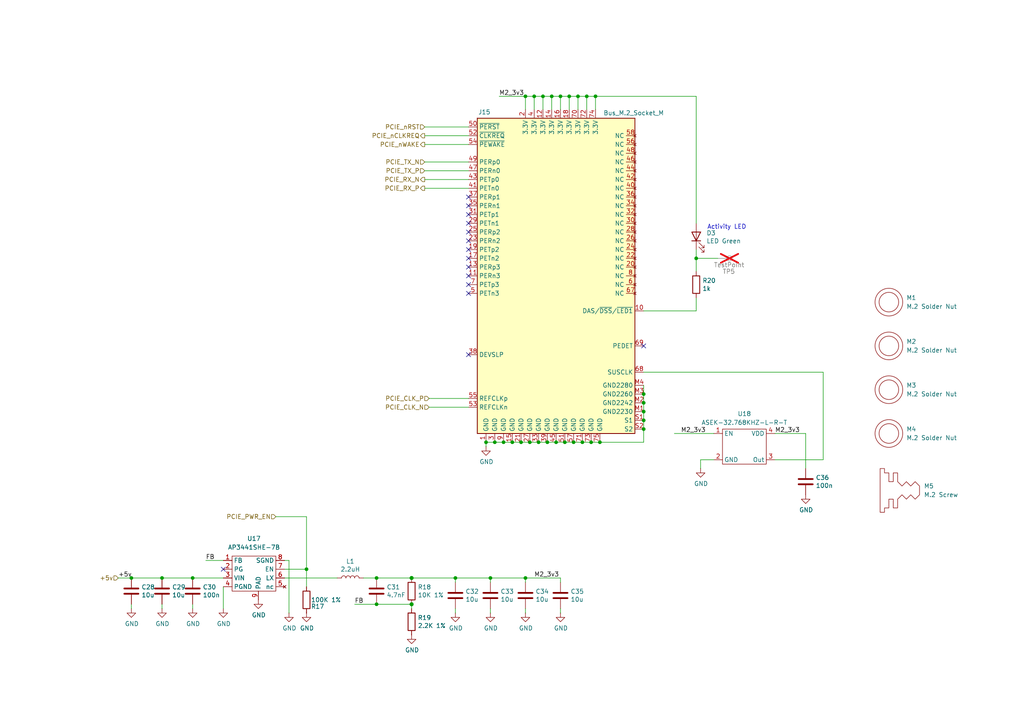
<source format=kicad_sch>
(kicad_sch (version 20250114) (generator "eeschema") (generator_version "9.0")
  (paper "A4")
  (title_block (title "Compute Module 5 IO Board - M2 Socket") (rev "1") (company "Copyright © 2024 Raspberry Pi Ltd.") (comment 1 "www.raspberrypi.com"))
  (lib_symbols
    (symbol "CM5IO:AP3441SHE-7B"
      (property "Reference" "U" (at -6.35 10.16 0))
      (property "Value" "AP3441SHE-7B" (at 0 7.62 0))
      (symbol "AP3441SHE-7B_0_1"
        (rectangle (start -6.35 6.35) (end 6.35 -3.81))
      )
      (symbol "AP3441SHE-7B_1_1"
        (pin passive line (at -8.89 5.08 0) (length 2.54) (name "FB") (number "1"))
        (pin open_collector line (at -8.89 2.54 0) (length 2.54) (name "PG") (number "2"))
        (pin power_in line (at -8.89 0 0) (length 2.54) (name "VIN") (number "3"))
        (pin power_in line (at -8.89 -2.54 0) (length 2.54) (name "PGND") (number "4"))
        (pin input line (at 1.27 -6.35 90) (length 2.54) (name "PAD") (number "9"))
        (pin power_in line (at 8.89 5.08 180) (length 2.54) (name "SGND") (number "8"))
        (pin input line (at 8.89 2.54 180) (length 2.54) (name "EN") (number "7"))
        (pin power_out line (at 8.89 0 180) (length 2.54) (name "LX") (number "6"))
        (pin no_connect line (at 8.89 -2.54 180) (length 2.54) (name "nc") (number "5"))
      )
    )
    (symbol "CM5IO:ASEK-32.768KHZ-L-R-T"
      (property "Reference" "U" (at -5.08 6.35 0))
      (property "Value" "ASEK-32.768KHZ-L-R-T" (at 0 -6.35 0))
      (symbol "ASEK-32.768KHZ-L-R-T_0_1"
        (rectangle (start -6.35 5.08) (end 6.35 -5.08))
      )
      (symbol "ASEK-32.768KHZ-L-R-T_1_1"
        (pin input line (at -8.89 3.81 0) (length 2.54) (name "EN") (number "1"))
        (pin power_in line (at -8.89 -3.81 0) (length 2.54) (name "GND") (number "2"))
        (pin power_in line (at 8.89 3.81 180) (length 2.54) (name "VDD") (number "4"))
        (pin output line (at 8.89 -3.81 180) (length 2.54) (name "Out") (number "3"))
      )
    )
    (symbol "CM5IO:Bus_M.2_Socket_M"
      (property "Reference" "J" (at -22.86 46.99 0))
      (property "Value" "Bus_M.2_Socket_M" (at 30.988 46.99 0))
      (symbol "Bus_M.2_Socket_M_0_1"
        (rectangle (start -22.86 45.72) (end 22.86 -45.72) (stroke (width 0.254)) (fill (type background)))
      )
      (symbol "Bus_M.2_Socket_M_1_1"
        (pin input line (at -25.4 43.18 0) (length 2.54) (name "~{PERST}") (number "50"))
        (pin bidirectional line (at -25.4 40.64 0) (length 2.54) (name "~{CLKREQ}") (number "52"))
        (pin bidirectional line (at -25.4 38.1 0) (length 2.54) (name "~{PEWAKE}") (number "54"))
        (pin input line (at -25.4 33.02 0) (length 2.54) (name "PERp0") (number "49"))
        (pin input line (at -25.4 30.48 0) (length 2.54) (name "PERn0") (number "47"))
        (pin output line (at -25.4 27.94 0) (length 2.54) (name "PETp0") (number "43"))
        (pin output line (at -25.4 25.4 0) (length 2.54) (name "PETn0") (number "41"))
        (pin input line (at -25.4 22.86 0) (length 2.54) (name "PERp1") (number "37"))
        (pin input line (at -25.4 20.32 0) (length 2.54) (name "PERn1") (number "35"))
        (pin output line (at -25.4 17.78 0) (length 2.54) (name "PETp1") (number "31"))
        (pin output line (at -25.4 15.24 0) (length 2.54) (name "PETn1") (number "29"))
        (pin input line (at -25.4 12.7 0) (length 2.54) (name "PERp2") (number "25"))
        (pin input line (at -25.4 10.16 0) (length 2.54) (name "PERn2") (number "23"))
        (pin output line (at -25.4 7.62 0) (length 2.54) (name "PETp2") (number "19"))
        (pin output line (at -25.4 5.08 0) (length 2.54) (name "PETn2") (number "17"))
        (pin input line (at -25.4 2.54 0) (length 2.54) (name "PERp3") (number "13"))
        (pin input line (at -25.4 0 0) (length 2.54) (name "PERn3") (number "11"))
        (pin output line (at -25.4 -2.54 0) (length 2.54) (name "PETp3") (number "7"))
        (pin output line (at -25.4 -5.08 0) (length 2.54) (name "PETn3") (number "5"))
        (pin input line (at -25.4 -22.86 0) (length 2.54) (name "DEVSLP") (number "38"))
        (pin input line (at -25.4 -35.56 0) (length 2.54) (name "REFCLKp") (number "55"))
        (pin input line (at -25.4 -38.1 0) (length 2.54) (name "REFCLKn") (number "53"))
        (pin power_in line (at -20.32 -48.26 90) (length 2.54) (name "GND") (number "1"))
        (pin power_in line (at -17.78 -48.26 90) (length 2.54) (name "GND") (number "3"))
        (pin power_in line (at -15.24 -48.26 90) (length 2.54) (name "GND") (number "9"))
        (pin power_in line (at -12.7 -48.26 90) (length 2.54) (name "GND") (number "15"))
        (pin power_in line (at -10.16 -48.26 90) (length 2.54) (name "GND") (number "21"))
        (pin power_in line (at -8.89 48.26 270) (length 2.54) (name "3.3V") (number "2"))
        (pin power_in line (at -7.62 -48.26 90) (length 2.54) (name "GND") (number "27"))
        (pin power_in line (at -6.35 48.26 270) (length 2.54) (name "3.3V") (number "4"))
        (pin power_in line (at -5.08 -48.26 90) (length 2.54) (name "GND") (number "33"))
        (pin power_in line (at -3.81 48.26 270) (length 2.54) (name "3.3V") (number "12"))
        (pin power_in line (at -2.54 -48.26 90) (length 2.54) (name "GND") (number "39"))
        (pin power_in line (at -1.27 48.26 270) (length 2.54) (name "3.3V") (number "14"))
        (pin power_in line (at 0 -48.26 90) (length 2.54) (name "GND") (number "45"))
        (pin power_in line (at 1.27 48.26 270) (length 2.54) (name "3.3V") (number "16"))
        (pin power_in line (at 2.54 -48.26 90) (length 2.54) (name "GND") (number "51"))
        (pin power_in line (at 3.81 48.26 270) (length 2.54) (name "3.3V") (number "18"))
        (pin power_in line (at 5.08 -48.26 90) (length 2.54) (name "GND") (number "57"))
        (pin power_in line (at 6.35 48.26 270) (length 2.54) (name "3.3V") (number "70"))
        (pin power_in line (at 7.62 -48.26 90) (length 2.54) (name "GND") (number "71"))
        (pin power_in line (at 8.89 48.26 270) (length 2.54) (name "3.3V") (number "72"))
        (pin power_in line (at 10.16 -48.26 90) (length 2.54) (name "GND") (number "73"))
        (pin power_in line (at 11.43 48.26 270) (length 2.54) (name "3.3V") (number "74"))
        (pin power_in line (at 12.7 -48.26 90) (length 2.54) (name "GND") (number "75"))
        (pin no_connect line (at 22.86 40.64 180) (length 2.54) (name "NC") (number "58"))
        (pin no_connect line (at 22.86 38.1 180) (length 2.54) (name "NC") (number "56"))
        (pin no_connect line (at 22.86 35.56 180) (length 2.54) (name "NC") (number "48"))
        (pin no_connect line (at 22.86 33.02 180) (length 2.54) (name "NC") (number "46"))
        (pin no_connect line (at 22.86 30.48 180) (length 2.54) (name "NC") (number "44"))
        (pin no_connect line (at 22.86 27.94 180) (length 2.54) (name "NC") (number "42"))
        (pin no_connect line (at 22.86 25.4 180) (length 2.54) (name "NC") (number "40"))
        (pin no_connect line (at 22.86 22.86 180) (length 2.54) (name "NC") (number "36"))
        (pin no_connect line (at 22.86 20.32 180) (length 2.54) (name "NC") (number "34"))
        (pin no_connect line (at 22.86 17.78 180) (length 2.54) (name "NC") (number "32"))
        (pin no_connect line (at 22.86 15.24 180) (length 2.54) (name "NC") (number "30"))
        (pin no_connect line (at 22.86 12.7 180) (length 2.54) (name "NC") (number "28"))
        (pin no_connect line (at 22.86 10.16 180) (length 2.54) (name "NC") (number "26"))
        (pin no_connect line (at 22.86 7.62 180) (length 2.54) (name "NC") (number "24"))
        (pin no_connect line (at 22.86 5.08 180) (length 2.54) (name "NC") (number "22"))
        (pin no_connect line (at 22.86 2.54 180) (length 2.54) (name "NC") (number "20"))
        (pin no_connect line (at 22.86 0 180) (length 2.54) (name "NC") (number "8"))
        (pin no_connect line (at 22.86 -2.54 180) (length 2.54) (name "NC") (number "6"))
        (pin no_connect line (at 22.86 -5.08 180) (length 2.54) (name "NC") (number "67"))
        (pin bidirectional line (at 25.4 -10.16 180) (length 2.54) (name "DAS/~{DSS}/~{LED1}") (number "10"))
        (pin passive line (at 25.4 -20.32 180) (length 2.54) (name "PEDET") (number "69"))
        (pin input line (at 25.4 -27.94 180) (length 2.54) (name "SUSCLK") (number "68"))
        (pin passive line (at 25.4 -31.75 180) (length 2.54) (name "GND2280") (number "M4"))
        (pin passive line (at 25.4 -34.29 180) (length 2.54) (name "GND2260") (number "M3"))
        (pin passive line (at 25.4 -36.83 180) (length 2.54) (name "GND2242") (number "M2"))
        (pin passive line (at 25.4 -39.37 180) (length 2.54) (name "GND2230") (number "M1"))
        (pin passive line (at 25.4 -41.91 180) (length 2.54) (name "S1") (number "S1"))
        (pin passive line (at 25.4 -44.45 180) (length 2.54) (name "S2") (number "S2"))
      )
    )
    (symbol "CM5IO:M.2_Screw" (pin_numbers (hide yes)) (pin_names (offset 0) (hide yes)) (on_board no)
      (property "Reference" "M" (at -0.254 -6.35 0))
      (property "Value" "M.2 Screw" (at 0.254 -8.636 0))
      (symbol "M.2_Screw_0_1"
        (polyline (pts (xy -5.08 0) (xy -5.08 -6.35) (xy -3.81 -6.35) (xy -3.81 -5.08) (xy -2.54 -5.08) (xy -2.54 -2.54) (xy -1.27 -2.54) (xy -1.27 -5.08) (xy 0 -5.08) (xy 0 -2.54) (xy 1.27 -1.27) (xy 2.54 -2.54) (xy 3.81 -1.27) (xy 5.08 -2.54) (xy 6.35 -1.27) (xy 6.35 1.27) (xy 5.08 2.54) (xy 3.81 1.27) (xy 2.54 2.54) (xy 1.27 1.27) (xy 0 2.54) (xy 0 5.08) (xy -1.27 5.08) (xy -1.27 2.54) (xy -2.54 2.54) (xy -2.54 5.08) (xy -3.81 5.08) (xy -3.81 6.35) (xy -5.08 6.35) (xy -5.08 0)))
      )
    )
    (symbol "CM5IO:SolderNut" (pin_numbers (hide yes)) (pin_names (offset 0) (hide yes)) (exclude_from_sim yes) (on_board no)
      (property "Reference" "M" (at -6.35 -3.556 0))
      (property "Value" "M.2 Solder Nut" (at 0.254 -5.842 0))
      (symbol "SolderNut_0_1"
        (circle (center 0 0) (radius 2.8398))
        (circle (center 0 0) (radius 4.0161))
      )
    )
    (symbol "Connector:TestPoint" (pin_numbers (hide yes)) (pin_names (offset 0.762) (hide yes))
      (property "Reference" "TP" (at 0 6.858 0))
      (property "Value" "TestPoint" (at 0 5.08 0))
      (symbol "TestPoint_0_1"
        (circle (center 0 3.302) (radius 0.762))
      )
      (symbol "TestPoint_1_1"
        (pin passive line (at 0 0 90) (length 2.54) (name "1") (number "1"))
      )
    )
    (symbol "Device:C" (pin_numbers (hide yes)) (pin_names (offset 0.254))
      (property "Reference" "C" (at 0.635 2.54 0))
      (property "Value" "C" (at 0.635 -2.54 0))
      (symbol "C_0_1"
        (polyline (pts (xy -2.032 0.762) (xy 2.032 0.762)) (stroke (width 0.508)))
        (polyline (pts (xy -2.032 -0.762) (xy 2.032 -0.762)) (stroke (width 0.508)))
      )
      (symbol "C_1_1"
        (pin passive line (at 0 3.81 270) (length 2.794) (name "~") (number "1"))
        (pin passive line (at 0 -3.81 90) (length 2.794) (name "~") (number "2"))
      )
    )
    (symbol "Device:L" (pin_numbers (hide yes)) (pin_names (offset 1.016) (hide yes))
      (property "Reference" "L" (at -1.27 0 90))
      (property "Value" "L" (at 1.905 0 90))
      (symbol "L_0_1"
        (arc (start 0 2.54) (mid 0.6323 1.905) (end 0 1.27))
        (arc (start 0 1.27) (mid 0.6323 0.635) (end 0 0))
        (arc (start 0 0) (mid 0.6323 -0.635) (end 0 -1.27))
        (arc (start 0 -1.27) (mid 0.6323 -1.905) (end 0 -2.54))
      )
      (symbol "L_1_1"
        (pin passive line (at 0 3.81 270) (length 1.27) (name "1") (number "1"))
        (pin passive line (at 0 -3.81 90) (length 1.27) (name "2") (number "2"))
      )
    )
    (symbol "Device:LED" (pin_numbers (hide yes)) (pin_names (offset 1.016) (hide yes))
      (property "Reference" "D" (at 0 2.54 0))
      (property "Value" "LED" (at 0 -2.54 0))
      (symbol "LED_0_1"
        (polyline (pts (xy -3.048 -0.762) (xy -4.572 -2.286) (xy -3.81 -2.286) (xy -4.572 -2.286) (xy -4.572 -1.524)))
        (polyline (pts (xy -1.778 -0.762) (xy -3.302 -2.286) (xy -2.54 -2.286) (xy -3.302 -2.286) (xy -3.302 -1.524)))
        (polyline (pts (xy -1.27 0) (xy 1.27 0)))
        (polyline (pts (xy -1.27 -1.27) (xy -1.27 1.27)) (stroke (width 0.254)))
        (polyline (pts (xy 1.27 -1.27) (xy 1.27 1.27) (xy -1.27 0) (xy 1.27 -1.27)) (stroke (width 0.254)))
      )
      (symbol "LED_1_1"
        (pin passive line (at -3.81 0 0) (length 2.54) (name "K") (number "1"))
        (pin passive line (at 3.81 0 180) (length 2.54) (name "A") (number "2"))
      )
    )
    (symbol "Device:R" (pin_numbers (hide yes)) (pin_names (offset 0))
      (property "Reference" "R" (at 2.032 0 90))
      (property "Value" "R" (at 0 0 90))
      (symbol "R_0_1"
        (rectangle (start -1.016 -2.54) (end 1.016 2.54) (stroke (width 0.254)))
      )
      (symbol "R_1_1"
        (pin passive line (at 0 3.81 270) (length 1.27) (name "~") (number "1"))
        (pin passive line (at 0 -3.81 90) (length 1.27) (name "~") (number "2"))
      )
    )
    (symbol "power:GND" (power) (pin_numbers (hide yes)) (pin_names (offset 0) (hide yes))
      (property "Value" "GND" (at 0 -3.81 0))
      (symbol "GND_0_1"
        (polyline (pts (xy 0 0) (xy 0 -1.27) (xy 1.27 -1.27) (xy 0 -2.54) (xy -1.27 -1.27) (xy 0 -1.27)))
      )
      (symbol "GND_1_1"
        (pin power_in line (at 0 0 270) (length 0) (name "~") (number "1"))
      )
    )
  )
  (text "Activity LED" (at 205.105 66.675 0) (effects (font (size 1.27 1.27)) (justify left bottom)))
  (junction (at 156.21 128.27))
  (junction (at 170.18 27.94))
  (junction (at 55.88 167.64))
  (junction (at 119.38 175.26) (diameter 1.016))
  (junction (at 143.51 128.27))
  (junction (at 171.45 128.27))
  (junction (at 165.1 27.94))
  (junction (at 109.22 167.64))
  (junction (at 158.75 128.27))
  (junction (at 153.67 128.27))
  (junction (at 46.99 167.64))
  (junction (at 173.99 128.27))
  (junction (at 132.08 167.64))
  (junction (at 88.9 165.1))
  (junction (at 38.1 167.64))
  (junction (at 154.94 27.94))
  (junction (at 142.24 167.64))
  (junction (at 186.69 121.92))
  (junction (at 186.69 116.84))
  (junction (at 166.37 128.27))
  (junction (at 146.05 128.27))
  (junction (at 152.4 27.94))
  (junction (at 163.83 128.27))
  (junction (at 148.59 128.27))
  (junction (at 167.64 27.94))
  (junction (at 109.22 175.26))
  (junction (at 161.29 128.27))
  (junction (at 186.69 124.46))
  (junction (at 186.69 114.3))
  (junction (at 140.97 128.27))
  (junction (at 160.02 27.94))
  (junction (at 162.56 27.94))
  (junction (at 186.69 119.38))
  (junction (at 201.93 74.93))
  (junction (at 152.4 167.64))
  (junction (at 172.72 27.94))
  (junction (at 151.13 128.27))
  (junction (at 119.38 167.64) (diameter 1.016))
  (junction (at 168.91 128.27))
  (junction (at 157.48 27.94))
  (no_connect (at 64.77 165.1))
  (no_connect (at 135.89 80.01))
  (no_connect (at 135.89 85.09))
  (no_connect (at 135.89 72.39))
  (no_connect (at 135.89 82.55))
  (no_connect (at 135.89 57.15))
  (no_connect (at 135.89 102.87))
  (no_connect (at 135.89 77.47))
  (no_connect (at 186.69 100.33))
  (no_connect (at 135.89 67.31))
  (no_connect (at 135.89 62.23))
  (no_connect (at 135.89 74.93))
  (no_connect (at 135.89 69.85))
  (no_connect (at 135.89 64.77))
  (no_connect (at 135.89 59.69))
  (wire (pts (xy 186.69 124.46) (xy 186.69 128.27)))
  (wire (pts (xy 105.41 167.64) (xy 109.22 167.64)))
  (wire (pts (xy 140.97 128.27) (xy 143.51 128.27)))
  (wire (pts (xy 167.64 27.94) (xy 170.18 27.94)))
  (wire (pts (xy 162.56 27.94) (xy 162.56 31.75)))
  (wire (pts (xy 195.58 125.73) (xy 207.01 125.73)))
  (wire (pts (xy 201.93 27.94) (xy 201.93 64.77)))
  (wire (pts (xy 109.22 167.64) (xy 119.38 167.64)))
  (wire (pts (xy 152.4 27.94) (xy 154.94 27.94)))
  (wire (pts (xy 173.99 128.27) (xy 171.45 128.27)))
  (wire (pts (xy 123.19 52.07) (xy 135.89 52.07)))
  (wire (pts (xy 142.24 167.64) (xy 152.4 167.64)))
  (wire (pts (xy 88.9 165.1) (xy 88.9 170.18)))
  (wire (pts (xy 152.4 167.64) (xy 162.56 167.64)))
  (wire (pts (xy 124.46 115.57) (xy 135.89 115.57)))
  (wire (pts (xy 59.69 162.56) (xy 64.77 162.56)))
  (wire (pts (xy 135.89 46.99) (xy 123.19 46.99)))
  (wire (pts (xy 156.21 128.27) (xy 153.67 128.27)))
  (wire (pts (xy 55.88 175.26) (xy 55.88 176.53)))
  (wire (pts (xy 154.94 27.94) (xy 157.48 27.94)))
  (wire (pts (xy 186.69 119.38) (xy 186.69 121.92)))
  (wire (pts (xy 186.69 121.92) (xy 186.69 124.46)))
  (wire (pts (xy 165.1 27.94) (xy 165.1 31.75)))
  (wire (pts (xy 123.19 54.61) (xy 135.89 54.61)))
  (wire (pts (xy 171.45 128.27) (xy 168.91 128.27)))
  (wire (pts (xy 123.19 49.53) (xy 135.89 49.53)))
  (wire (pts (xy 46.99 167.64) (xy 55.88 167.64)))
  (wire (pts (xy 201.93 90.17) (xy 201.93 86.36)))
  (wire (pts (xy 172.72 27.94) (xy 201.93 27.94)))
  (wire (pts (xy 82.55 165.1) (xy 88.9 165.1)))
  (wire (pts (xy 132.08 167.64) (xy 142.24 167.64)))
  (wire (pts (xy 186.69 116.84) (xy 186.69 119.38)))
  (wire (pts (xy 167.64 27.94) (xy 167.64 31.75)))
  (wire (pts (xy 34.29 167.64) (xy 38.1 167.64)))
  (wire (pts (xy 186.69 114.3) (xy 186.69 116.84)))
  (wire (pts (xy 152.4 167.64) (xy 152.4 168.91)))
  (wire (pts (xy 186.69 128.27) (xy 173.99 128.27)))
  (wire (pts (xy 168.91 128.27) (xy 166.37 128.27)))
  (wire (pts (xy 119.38 167.64) (xy 132.08 167.64)))
  (wire (pts (xy 152.4 176.53) (xy 152.4 177.8)))
  (wire (pts (xy 158.75 128.27) (xy 161.29 128.27)))
  (wire (pts (xy 166.37 128.27) (xy 163.83 128.27)))
  (wire (pts (xy 170.18 27.94) (xy 172.72 27.94)))
  (wire (pts (xy 82.55 167.64) (xy 97.79 167.64)))
  (wire (pts (xy 201.93 74.93) (xy 208.28 74.93)))
  (wire (pts (xy 238.76 133.35) (xy 224.79 133.35)))
  (wire (pts (xy 157.48 27.94) (xy 160.02 27.94)))
  (wire (pts (xy 203.2 135.89) (xy 203.2 133.35)))
  (wire (pts (xy 157.48 27.94) (xy 157.48 31.75)))
  (wire (pts (xy 186.69 111.76) (xy 186.69 114.3)))
  (wire (pts (xy 152.4 27.94) (xy 152.4 31.75)))
  (wire (pts (xy 55.88 167.64) (xy 64.77 167.64)))
  (wire (pts (xy 88.9 149.86) (xy 88.9 165.1)))
  (wire (pts (xy 172.72 27.94) (xy 172.72 31.75)))
  (wire (pts (xy 124.46 118.11) (xy 135.89 118.11)))
  (wire (pts (xy 109.22 175.26) (xy 119.38 175.26)))
  (wire (pts (xy 123.19 39.37) (xy 135.89 39.37)))
  (wire (pts (xy 38.1 175.26) (xy 38.1 176.53)))
  (wire (pts (xy 123.19 41.91) (xy 135.89 41.91)))
  (wire (pts (xy 132.08 168.91) (xy 132.08 167.64)))
  (wire (pts (xy 146.05 128.27) (xy 143.51 128.27)))
  (wire (pts (xy 82.55 162.56) (xy 83.82 162.56)))
  (wire (pts (xy 140.97 128.27) (xy 140.97 129.54)))
  (wire (pts (xy 148.59 128.27) (xy 151.13 128.27)))
  (wire (pts (xy 186.69 90.17) (xy 201.93 90.17)))
  (wire (pts (xy 144.78 27.94) (xy 152.4 27.94)))
  (wire (pts (xy 162.56 27.94) (xy 165.1 27.94)))
  (wire (pts (xy 186.69 107.95) (xy 238.76 107.95)))
  (wire (pts (xy 38.1 167.64) (xy 46.99 167.64)))
  (wire (pts (xy 233.68 125.73) (xy 224.79 125.73)))
  (wire (pts (xy 142.24 167.64) (xy 142.24 168.91)))
  (wire (pts (xy 163.83 128.27) (xy 161.29 128.27)))
  (wire (pts (xy 80.01 149.86) (xy 88.9 149.86)))
  (wire (pts (xy 46.99 175.26) (xy 46.99 176.53)))
  (wire (pts (xy 151.13 128.27) (xy 153.67 128.27)))
  (wire (pts (xy 156.21 128.27) (xy 158.75 128.27)))
  (wire (pts (xy 132.08 177.8) (xy 132.08 176.53)))
  (wire (pts (xy 201.93 74.93) (xy 201.93 78.74)))
  (wire (pts (xy 160.02 27.94) (xy 160.02 31.75)))
  (wire (pts (xy 201.93 74.93) (xy 201.93 72.39)))
  (wire (pts (xy 162.56 176.53) (xy 162.56 177.8)))
  (wire (pts (xy 203.2 133.35) (xy 207.01 133.35)))
  (wire (pts (xy 233.68 135.89) (xy 233.68 125.73)))
  (wire (pts (xy 64.77 176.53) (xy 64.77 170.18)))
  (wire (pts (xy 162.56 167.64) (xy 162.56 168.91)))
  (wire (pts (xy 154.94 27.94) (xy 154.94 31.75)))
  (wire (pts (xy 142.24 176.53) (xy 142.24 177.8)))
  (wire (pts (xy 165.1 27.94) (xy 167.64 27.94)))
  (wire (pts (xy 119.38 176.53) (xy 119.38 175.26)))
  (wire (pts (xy 146.05 128.27) (xy 148.59 128.27)))
  (wire (pts (xy 123.19 36.83) (xy 135.89 36.83)))
  (wire (pts (xy 102.87 175.26) (xy 109.22 175.26)))
  (wire (pts (xy 160.02 27.94) (xy 162.56 27.94)))
  (wire (pts (xy 170.18 27.94) (xy 170.18 31.75)))
  (wire (pts (xy 238.76 107.95) (xy 238.76 133.35)))
  (wire (pts (xy 83.82 162.56) (xy 83.82 177.8)))
  (label "M2_3v3" (at 154.94 167.64 0))
  (label "+5v" (at 34.29 167.64 0))
  (label "FB" (at 59.69 162.56 0))
  (label "M2_3v3" (at 224.79 125.73 0))
  (label "M2_3v3" (at 197.485 125.73 0))
  (label "M2_3v3" (at 144.78 27.94 0))
  (label "FB" (at 102.87 175.26 0))
  (hierarchical_label "PCIE_RX_N" (shape output) (at 123.19 52.07 180))
  (hierarchical_label "PCIE_CLK_N" (shape input) (at 124.46 118.11 180))
  (hierarchical_label "PCIE_TX_P" (shape input) (at 123.19 49.53 180))
  (hierarchical_label "PCIE_nCLKREQ" (shape output) (at 123.19 39.37 180))
  (hierarchical_label "PCIE_RX_P" (shape output) (at 123.19 54.61 180))
  (hierarchical_label "PCIE_PWR_EN" (shape input) (at 80.01 149.86 180))
  (hierarchical_label "PCIE_nWAKE" (shape output) (at 123.19 41.91 180))
  (hierarchical_label "PCIE_TX_N" (shape input) (at 123.19 46.99 180))
  (hierarchical_label "PCIE_nRST" (shape input) (at 123.19 36.83 180))
  (hierarchical_label "+5v" (shape input) (at 34.29 167.64 180))
  (hierarchical_label "PCIE_CLK_P" (shape input) (at 124.46 115.57 180))
  (symbol (lib_id "Device:LED") (at 201.93 68.58 90) (unit 1)
    (property "Reference" "D3" (at 204.9018 67.5894 90) (effects (justify right)))
    (property "Value" "LED Green" (at 204.9018 69.9008 90) (effects (justify right)))
    (property "Footprint" "LED_SMD:LED_0603_1608Metric" (effects (hide yes)))
    (property "Datasheet" "http://optoelectronics.liteon.com/upload/download/DS22-2000-226/LTST-S270KGKT.pdf" (effects (hide yes)))
    (property "Field4" "Digikey " (effects (hide yes)))
    (property "Field5" "LTST-S270KGKT" (effects (hide yes)))
    (property "Field6" "SML-A12M8TT86N" (effects (hide yes)))
    (property "Field7" "Rohm" (effects (hide yes)))
    (property "Field8" "650263301" (effects (hide yes)))
    (property "Part Description" "	Green 572nm LED Indication - Discrete 2.2V 2-SMD, No Lead" (effects (hide yes)))
  )
  (symbol (lib_id "Device:C") (at 152.4 172.72 0) (unit 1)
    (property "Reference" "C34" (at 155.321 171.5516 0) (effects (justify left)))
    (property "Value" "10u" (at 155.321 173.863 0) (effects (justify left)))
    (property "Footprint" "Capacitor_SMD:C_0805_2012Metric" (effects (hide yes)))
    (property "Datasheet" "https://search.murata.co.jp/Ceramy/image/img/A01X/G101/ENG/GRM21BR71A106KA73-01.pdf" (effects (hide yes)))
    (property "Field4" "Digikey" (effects (hide yes)))
    (property "Field5" "490-14381-1-ND" (effects (hide yes)))
    (property "Field6" "GRM21BR71A106KA73L" (effects (hide yes)))
    (property "Field7" "Murata" (effects (hide yes)))
    (property "Field8" "111893011" (effects (hide yes)))
    (property "Part Description" "	10uF 10% 10V Ceramic Capacitor X7R 0805 (2012 Metric)" (effects (hide yes)))
  )
  (symbol (lib_id "power:GND") (at 152.4 177.8 0) (unit 1)
    (property "Reference" "#PWR093" (effects (hide yes)))
    (property "Value" "GND" (at 152.527 182.1942 0))
    (property "Description" "Power symbol creates a global label with name \"GND\" , ground" (effects (hide yes)))
  )
  (symbol (lib_id "Device:C") (at 46.99 171.45 0) (unit 1)
    (property "Reference" "C29" (at 49.911 170.2816 0) (effects (justify left)))
    (property "Value" "10u" (at 49.911 172.593 0) (effects (justify left)))
    (property "Footprint" "Capacitor_SMD:C_0805_2012Metric" (effects (hide yes)))
    (property "Datasheet" "https://search.murata.co.jp/Ceramy/image/img/A01X/G101/ENG/GRM21BR71A106KA73-01.pdf" (effects (hide yes)))
    (property "Field4" "Digikey" (effects (hide yes)))
    (property "Field5" "490-14381-1-ND" (effects (hide yes)))
    (property "Field6" "GRM21BR71A106KA73L" (effects (hide yes)))
    (property "Field7" "Murata" (effects (hide yes)))
    (property "Field8" "111893011" (effects (hide yes)))
    (property "Part Description" "	10uF 10% 10V Ceramic Capacitor X7R 0805 (2012 Metric)" (effects (hide yes)))
  )
  (symbol (lib_id "Connector:TestPoint") (at 208.28 74.93 270) (unit 1) (in_bom no) (dnp yes)
    (property "Reference" "TP5" (at 209.55 78.74 90) (effects (justify left)))
    (property "Value" "TestPoint" (at 207.01 76.835 90) (effects (justify left)))
    (property "Footprint" "TestPoint:TestPoint_Pad_2.0x2.0mm" (effects (hide yes)))
    (property "Field4" "nf" (effects (hide yes)))
    (property "Field5" "nf" (effects (hide yes)))
    (property "Field6" "nf" (effects (hide yes)))
    (property "Field7" "nf" (effects (hide yes)))
    (property "Part Description" "Test point" (effects (hide yes)))
  )
  (symbol (lib_id "power:GND") (at 46.99 176.53 0) (unit 1)
    (property "Reference" "#PWR083" (effects (hide yes)))
    (property "Value" "GND" (at 47.117 180.9242 0))
    (property "Description" "Power symbol creates a global label with name \"GND\" , ground" (effects (hide yes)))
  )
  (symbol (lib_id "power:GND") (at 140.97 129.54 0) (unit 1)
    (property "Reference" "#PWR091" (effects (hide yes)))
    (property "Value" "GND" (at 141.097 133.9342 0))
    (property "Description" "Power symbol creates a global label with name \"GND\" , ground" (effects (hide yes)))
  )
  (symbol (lib_id "power:GND") (at 162.56 177.8 0) (unit 1)
    (property "Reference" "#PWR094" (effects (hide yes)))
    (property "Value" "GND" (at 162.687 182.1942 0))
    (property "Description" "Power symbol creates a global label with name \"GND\" , ground" (effects (hide yes)))
  )
  (symbol (lib_id "Device:R") (at 201.93 82.55 0) (unit 1)
    (property "Reference" "R20" (at 203.708 81.3816 0) (effects (justify left)))
    (property "Value" "1k" (at 203.708 83.693 0) (effects (justify left)))
    (property "Footprint" "Resistor_SMD:R_0402_1005Metric" (effects (hide yes)))
    (property "Datasheet" "https://fscdn.rohm.com/en/products/databook/datasheet/passive/resistor/chip_resistor/mcr-e.pdf" (effects (hide yes)))
    (property "Field4" "Farnell" (effects (hide yes)))
    (property "Field5" "9239235" (effects (hide yes)))
    (property "Field7" "KOA EUROPE GMBH" (effects (hide yes)))
    (property "Field6" "RK73H1ETTP1001F" (effects (hide yes)))
    (property "Part Description" "Resistor 1K M1005 1% 63mW" (effects (hide yes)))
    (property "Field8" "125049511" (effects (hide yes)))
  )
  (symbol (lib_id "CM5IO:SolderNut") (at 257.81 113.03 0) (unit 1) (exclude_from_sim yes) (on_board no)
    (property "Reference" "M3" (at 262.89 111.7599 0) (effects (justify left)))
    (property "Value" "M.2 Solder Nut" (at 262.89 114.2999 0) (effects (justify left)))
    (property "Part Description" "Solder nut for M.2 slot" (effects (hide yes)))
  )
  (symbol (lib_id "Device:L") (at 101.6 167.64 90) (unit 1)
    (property "Reference" "L1" (at 101.6 162.814 90))
    (property "Value" "2.2uH" (at 101.6 165.1254 90))
    (property "Footprint" "CM5IO:L_Bourns_SRP5030CC" (effects (hide yes)))
    (property "Datasheet" "https://www.bourns.com/docs/product-datasheets/srp5030cc.pdf" (effects (hide yes)))
    (property "Field6" "SRP5030CC-2R2M" (effects (hide yes)))
    (property "Field7" "Bourns" (effects (hide yes)))
    (property "Part Description" "Inductor, SMT, 2520, 2u2, IRMS=7A, ISAT=8A, DCR=0.032R" (effects (hide yes)))
    (property "Field5" "SRP5030CC-2R2M" (effects (hide yes)))
  )
  (symbol (lib_id "power:GND") (at 64.77 176.53 0) (unit 1)
    (property "Reference" "#PWR085" (effects (hide yes)))
    (property "Value" "GND" (at 64.897 180.9242 0))
    (property "Description" "Power symbol creates a global label with name \"GND\" , ground" (effects (hide yes)))
  )
  (symbol (lib_id "Device:R") (at 119.38 171.45 0) (unit 1)
    (property "Reference" "R18" (at 121.158 170.2816 0) (effects (justify left)))
    (property "Value" "10K 1%" (at 121.158 172.593 0) (effects (justify left)))
    (property "Footprint" "Resistor_SMD:R_0402_1005Metric" (effects (hide yes)))
    (property "Datasheet" "https://fscdn.rohm.com/en/products/databook/datasheet/passive/resistor/chip_resistor/mcr-e.pdf" (effects (hide yes)))
    (property "Field4" "Farnell" (effects (hide yes)))
    (property "Field7" "Rohm" (effects (hide yes)))
    (property "Field6" "MCR01MZPF1002" (effects (hide yes)))
    (property "Part Description" "Resistor 10K M1005 1% 63mW" (effects (hide yes)))
  )
  (symbol (lib_id "Device:C") (at 233.68 139.7 0) (unit 1)
    (property "Reference" "C36" (at 236.601 138.5316 0) (effects (justify left)))
    (property "Value" "100n" (at 236.601 140.843 0) (effects (justify left)))
    (property "Footprint" "Capacitor_SMD:C_0402_1005Metric" (effects (hide yes)))
    (property "Datasheet" "https://search.murata.co.jp/Ceramy/image/img/A01X/G101/ENG/GRM155R71C104KA88-01.pdf" (effects (hide yes)))
    (property "Field4" "Farnell" (effects (hide yes)))
    (property "Field5" "2611911" (effects (hide yes)))
    (property "Field6" "RM EMK105 B7104KV-F" (effects (hide yes)))
    (property "Field7" "TAIYO YUDEN EUROPE GMBH" (effects (hide yes)))
    (property "Field8" "110091611" (effects (hide yes)))
    (property "Part Description" "	0.1uF 10% 16V Ceramic Capacitor X7R 0402 (1005 Metric)" (effects (hide yes)))
  )
  (symbol (lib_id "Device:R") (at 88.9 173.99 0) (unit 1)
    (property "Reference" "R17" (at 90.17 175.895 0) (effects (justify left)))
    (property "Value" "100K 1%" (at 90.17 173.99 0) (effects (justify left)))
    (property "Footprint" "Resistor_SMD:R_0402_1005Metric" (effects (hide yes)))
    (property "Datasheet" "https://fscdn.rohm.com/en/products/databook/datasheet/passive/resistor/chip_resistor/mcr-e.pdf" (effects (hide yes)))
    (property "Field4" "Farnell" (effects (hide yes)))
    (property "Field6" "MCR01MZPF1003" (effects (hide yes)))
    (property "Field7" "Rohm" (effects (hide yes)))
    (property "Part Description" "Resistor 100K M1005 1% 63mW" (effects (hide yes)))
  )
  (symbol (lib_id "Device:R") (at 119.38 180.34 0) (unit 1)
    (property "Reference" "R19" (at 121.158 179.1716 0) (effects (justify left)))
    (property "Value" "2.2K 1%" (at 121.158 181.483 0) (effects (justify left)))
    (property "Footprint" "Resistor_SMD:R_0402_1005Metric" (effects (hide yes)))
    (property "Datasheet" "https://fscdn.rohm.com/en/products/databook/datasheet/passive/resistor/chip_resistor/mcr-e.pdf" (effects (hide yes)))
    (property "Field4" "Farnell" (effects (hide yes)))
    (property "Part Description" "Resistor 2.2K M1005 1% 63mW" (effects (hide yes)))
  )
  (symbol (lib_id "CM5IO:ASEK-32.768KHZ-L-R-T") (at 215.9 129.54 0) (unit 1)
    (property "Reference" "U18" (at 215.9 120.015 0))
    (property "Value" "ASEK-32.768KHZ-L-R-T" (at 215.9 122.555 0))
    (property "Footprint" "Crystal:Crystal_SMD_3225-4Pin_3.2x2.5mm" (effects (hide yes)))
    (property "Datasheet" "https://abracon.com/Oscillators/ASEK.pdf" (effects (hide yes)))
    (property "Field5" "ASEK-32.768KHZ-L-R-T" (effects (hide yes)))
    (property "Field6" "ASEK-32.768KHZ-L-R-T" (effects (hide yes)))
    (property "Field7" "abracon" (effects (hide yes)))
    (property "Part Description" "32KHz Xtal oscilator" (effects (hide yes)))
  )
  (symbol (lib_id "Device:C") (at 38.1 171.45 0) (unit 1)
    (property "Reference" "C28" (at 41.021 170.2816 0) (effects (justify left)))
    (property "Value" "10u" (at 41.021 172.593 0) (effects (justify left)))
    (property "Footprint" "Capacitor_SMD:C_0805_2012Metric" (effects (hide yes)))
    (property "Datasheet" "https://search.murata.co.jp/Ceramy/image/img/A01X/G101/ENG/GRM21BR71A106KA73-01.pdf" (effects (hide yes)))
    (property "Field4" "Digikey" (effects (hide yes)))
    (property "Field5" "490-14381-1-ND" (effects (hide yes)))
    (property "Field6" "GRM21BR71A106KA73L" (effects (hide yes)))
    (property "Field7" "Murata" (effects (hide yes)))
    (property "Field8" "111893011" (effects (hide yes)))
    (property "Part Description" "	10uF 10% 10V Ceramic Capacitor X7R 0805 (2012 Metric)" (effects (hide yes)))
  )
  (symbol (lib_id "CM5IO:AP3441SHE-7B") (at 73.66 167.64 0) (unit 1)
    (property "Reference" "U17" (at 73.66 156.21 0))
    (property "Value" "AP3441SHE-7B" (at 73.66 158.75 0))
    (property "Footprint" "Package_DFN_QFN:DFN-8-1EP_2x2mm_P0.5mm_EP1.05x1.75mm" (effects (hide yes)))
    (property "Datasheet" "https://www.diodes.com/assets/Datasheets/AP3441-L.pdf" (effects (hide yes)))
    (property "Field5" "AP3441SHE-7B" (effects (hide yes)))
    (property "Field6" "AP3441SHE-7B" (effects (hide yes)))
    (property "Field7" "Diodes" (effects (hide yes)))
    (property "Part Description" "3A DC-DC converter" (effects (hide yes)))
  )
  (symbol (lib_id "Device:C") (at 55.88 171.45 0) (unit 1)
    (property "Reference" "C30" (at 58.801 170.2816 0) (effects (justify left)))
    (property "Value" "100n" (at 58.801 172.593 0) (effects (justify left)))
    (property "Footprint" "Capacitor_SMD:C_0402_1005Metric" (effects (hide yes)))
    (property "Datasheet" "https://search.murata.co.jp/Ceramy/image/img/A01X/G101/ENG/GRM155R71C104KA88-01.pdf" (effects (hide yes)))
    (property "Field4" "Farnell" (effects (hide yes)))
    (property "Field5" "2611911" (effects (hide yes)))
    (property "Field6" "RM EMK105 B7104KV-F" (effects (hide yes)))
    (property "Field7" "TAIYO YUDEN EUROPE GMBH" (effects (hide yes)))
    (property "Field8" "110091611" (effects (hide yes)))
    (property "Part Description" "	0.1uF 10% 16V Ceramic Capacitor X7R 0402 (1005 Metric)" (effects (hide yes)))
  )
  (symbol (lib_id "Device:C") (at 132.08 172.72 0) (unit 1)
    (property "Reference" "C32" (at 135.001 171.5516 0) (effects (justify left)))
    (property "Value" "10u" (at 135.001 173.863 0) (effects (justify left)))
    (property "Footprint" "Capacitor_SMD:C_0805_2012Metric" (effects (hide yes)))
    (property "Datasheet" "https://search.murata.co.jp/Ceramy/image/img/A01X/G101/ENG/GRM21BR71A106KA73-01.pdf" (effects (hide yes)))
    (property "Field4" "Digikey" (effects (hide yes)))
    (property "Field5" "490-14381-1-ND" (effects (hide yes)))
    (property "Field6" "GRM21BR71A106KA73L" (effects (hide yes)))
    (property "Field7" "Murata" (effects (hide yes)))
    (property "Field8" "111893011" (effects (hide yes)))
    (property "Part Description" "	10uF 10% 10V Ceramic Capacitor X7R 0805 (2012 Metric)" (effects (hide yes)))
  )
  (symbol (lib_id "power:GND") (at 38.1 176.53 0) (unit 1)
    (property "Reference" "#PWR082" (effects (hide yes)))
    (property "Value" "GND" (at 38.227 180.9242 0))
    (property "Description" "Power symbol creates a global label with name \"GND\" , ground" (effects (hide yes)))
  )
  (symbol (lib_id "power:GND") (at 88.9 177.8 0) (unit 1)
    (property "Reference" "#PWR088" (effects (hide yes)))
    (property "Value" "GND" (at 89.027 182.1942 0))
    (property "Description" "Power symbol creates a global label with name \"GND\" , ground" (effects (hide yes)))
  )
  (symbol (lib_id "power:GND") (at 119.38 184.15 0) (unit 1)
    (property "Reference" "#PWR089" (effects (hide yes)))
    (property "Value" "GND" (at 119.507 188.5442 0))
    (property "Description" "Power symbol creates a global label with name \"GND\" , ground" (effects (hide yes)))
  )
  (symbol (lib_id "CM5IO:M.2_Screw") (at 260.35 142.24 0) (unit 1) (on_board no)
    (property "Reference" "M5" (at 267.97 140.9699 0) (effects (justify left)))
    (property "Value" "M.2 Screw" (at 267.97 143.5099 0) (effects (justify left)))
    (property "Part Description" "M.2 Screw" (effects (hide yes)))
  )
  (symbol (lib_id "power:GND") (at 83.82 177.8 0) (unit 1)
    (property "Reference" "#PWR087" (effects (hide yes)))
    (property "Value" "GND" (at 83.947 182.1942 0))
    (property "Description" "Power symbol creates a global label with name \"GND\" , ground" (effects (hide yes)))
  )
  (symbol (lib_id "Device:C") (at 109.22 171.45 0) (unit 1)
    (property "Reference" "C31" (at 112.141 170.2816 0) (effects (justify left)))
    (property "Value" "4.7nF" (at 112.141 172.593 0) (effects (justify left)))
    (property "Footprint" "Capacitor_SMD:C_0402_1005Metric" (effects (hide yes)))
    (property "Part Description" "4.7nF capacitor 0402" (effects (hide yes)))
  )
  (symbol (lib_id "CM5IO:SolderNut") (at 257.81 100.33 0) (unit 1) (exclude_from_sim yes) (on_board no)
    (property "Reference" "M2" (at 262.89 99.0599 0) (effects (justify left)))
    (property "Value" "M.2 Solder Nut" (at 262.89 101.5999 0) (effects (justify left)))
    (property "Part Description" "Solder nut for M.2 slot" (effects (hide yes)))
  )
  (symbol (lib_id "power:GND") (at 142.24 177.8 0) (unit 1)
    (property "Reference" "#PWR092" (effects (hide yes)))
    (property "Value" "GND" (at 142.367 182.1942 0))
    (property "Description" "Power symbol creates a global label with name \"GND\" , ground" (effects (hide yes)))
  )
  (symbol (lib_id "CM5IO:SolderNut") (at 257.81 87.63 0) (unit 1) (exclude_from_sim yes) (on_board no)
    (property "Reference" "M1" (at 262.89 86.3599 0) (effects (justify left)))
    (property "Value" "M.2 Solder Nut" (at 262.89 88.8999 0) (effects (justify left)))
    (property "Part Description" "Solder nut for M.2 slot" (effects (hide yes)))
  )
  (symbol (lib_id "power:GND") (at 74.93 173.99 0) (unit 1)
    (property "Reference" "#PWR086" (effects (hide yes)))
    (property "Value" "GND" (at 75.057 178.3842 0))
    (property "Description" "Power symbol creates a global label with name \"GND\" , ground" (effects (hide yes)))
  )
  (symbol (lib_id "Device:C") (at 142.24 172.72 0) (unit 1)
    (property "Reference" "C33" (at 145.161 171.5516 0) (effects (justify left)))
    (property "Value" "10u" (at 145.161 173.863 0) (effects (justify left)))
    (property "Footprint" "Capacitor_SMD:C_0805_2012Metric" (effects (hide yes)))
    (property "Datasheet" "https://search.murata.co.jp/Ceramy/image/img/A01X/G101/ENG/GRM21BR71A106KA73-01.pdf" (effects (hide yes)))
    (property "Field4" "Digikey" (effects (hide yes)))
    (property "Field5" "490-14381-1-ND" (effects (hide yes)))
    (property "Field6" "GRM21BR71A106KA73L" (effects (hide yes)))
    (property "Field7" "Murata" (effects (hide yes)))
    (property "Field8" "111893011" (effects (hide yes)))
    (property "Part Description" "	10uF 10% 10V Ceramic Capacitor X7R 0805 (2012 Metric)" (effects (hide yes)))
  )
  (symbol (lib_id "power:GND") (at 233.68 143.51 0) (unit 1)
    (property "Reference" "#PWR096" (effects (hide yes)))
    (property "Value" "GND" (at 233.807 147.9042 0))
    (property "Description" "Power symbol creates a global label with name \"GND\" , ground" (effects (hide yes)))
  )
  (symbol (lib_id "CM5IO:Bus_M.2_Socket_M") (at 161.29 80.01 0) (unit 1)
    (property "Reference" "J15" (at 138.684 32.512 0) (effects (justify left)))
    (property "Value" "Bus_M.2_Socket_M" (at 175.006 32.766 0) (effects (justify left)))
    (property "Footprint" "CM5IO:M.2 M Key socket" (effects (hide yes)))
    (property "Description" "M.2 Socket 3 Mechanical Key M" (effects (hide yes)))
    (property "Field5" "MTSSD03-67MSW337" (effects (hide yes)))
    (property "Field6" "MTSSD03-67MSW337" (effects (hide yes)))
    (property "Field7" "MTCONN" (effects (hide yes)))
    (property "Part Description" "M.2 M Key connector" (effects (hide yes)))
  )
  (symbol (lib_id "power:GND") (at 55.88 176.53 0) (unit 1)
    (property "Reference" "#PWR084" (effects (hide yes)))
    (property "Value" "GND" (at 56.007 180.9242 0))
    (property "Description" "Power symbol creates a global label with name \"GND\" , ground" (effects (hide yes)))
  )
  (symbol (lib_id "CM5IO:SolderNut") (at 257.81 125.73 0) (unit 1) (exclude_from_sim yes) (on_board no)
    (property "Reference" "M4" (at 262.89 124.4599 0) (effects (justify left)))
    (property "Value" "M.2 Solder Nut" (at 262.89 126.9999 0) (effects (justify left)))
    (property "Part Description" "Solder nut for M.2 slot" (effects (hide yes)))
  )
  (symbol (lib_id "Device:C") (at 162.56 172.72 0) (unit 1)
    (property "Reference" "C35" (at 165.481 171.5516 0) (effects (justify left)))
    (property "Value" "10u" (at 165.481 173.863 0) (effects (justify left)))
    (property "Footprint" "Capacitor_SMD:C_0805_2012Metric" (effects (hide yes)))
    (property "Datasheet" "https://search.murata.co.jp/Ceramy/image/img/A01X/G101/ENG/GRM21BR71A106KA73-01.pdf" (effects (hide yes)))
    (property "Field4" "Digikey" (effects (hide yes)))
    (property "Field5" "490-14381-1-ND" (effects (hide yes)))
    (property "Field6" "GRM21BR71A106KA73L" (effects (hide yes)))
    (property "Field7" "Murata" (effects (hide yes)))
    (property "Field8" "111893011" (effects (hide yes)))
    (property "Part Description" "	10uF 10% 10V Ceramic Capacitor X7R 0805 (2012 Metric)" (effects (hide yes)))
  )
  (symbol (lib_id "power:GND") (at 203.2 135.89 0) (unit 1)
    (property "Reference" "#PWR095" (effects (hide yes)))
    (property "Value" "GND" (at 203.327 140.2842 0))
    (property "Description" "Power symbol creates a global label with name \"GND\" , ground" (effects (hide yes)))
  )
  (symbol (lib_id "power:GND") (at 132.08 177.8 0) (unit 1)
    (property "Reference" "#PWR090" (effects (hide yes)))
    (property "Value" "GND" (at 132.207 182.1942 0))
    (property "Description" "Power symbol creates a global label with name \"GND\" , ground" (effects (hide yes)))
  )
)
</source>
